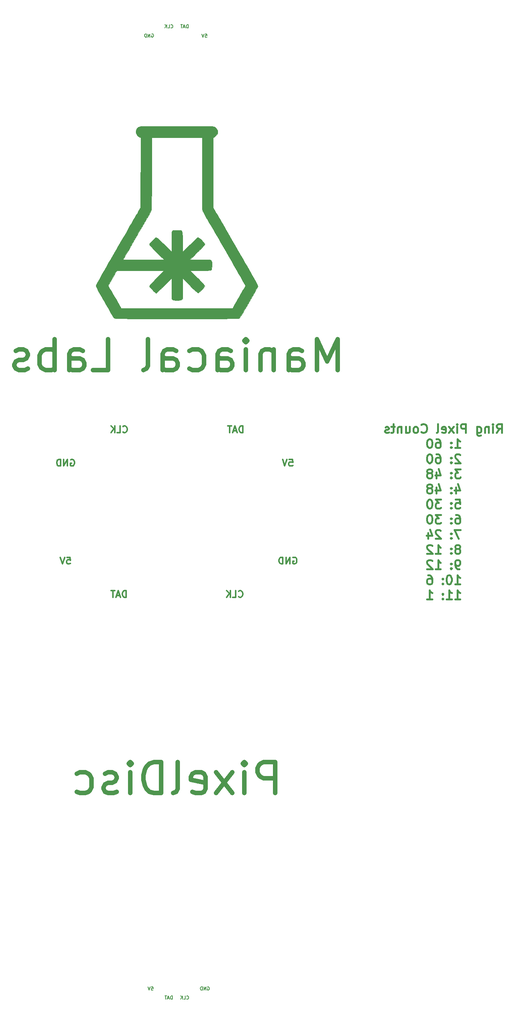
<source format=gbr>
G04 #@! TF.FileFunction,Legend,Bot*
%FSLAX46Y46*%
G04 Gerber Fmt 4.6, Leading zero omitted, Abs format (unit mm)*
G04 Created by KiCad (PCBNEW 4.0.6-e0-6349~53~ubuntu16.04.1) date Sun Jun 25 10:16:03 2017*
%MOMM*%
%LPD*%
G01*
G04 APERTURE LIST*
%ADD10C,0.100000*%
%ADD11C,0.400000*%
%ADD12C,1.000000*%
%ADD13C,0.187500*%
%ADD14C,0.300000*%
%ADD15C,0.010000*%
G04 APERTURE END LIST*
D10*
D11*
X371952382Y-182204762D02*
X372619049Y-181252381D01*
X373095240Y-182204762D02*
X373095240Y-180204762D01*
X372333335Y-180204762D01*
X372142859Y-180300000D01*
X372047620Y-180395238D01*
X371952382Y-180585714D01*
X371952382Y-180871429D01*
X372047620Y-181061905D01*
X372142859Y-181157143D01*
X372333335Y-181252381D01*
X373095240Y-181252381D01*
X371095240Y-182204762D02*
X371095240Y-180871429D01*
X371095240Y-180204762D02*
X371190478Y-180300000D01*
X371095240Y-180395238D01*
X371000001Y-180300000D01*
X371095240Y-180204762D01*
X371095240Y-180395238D01*
X370142859Y-180871429D02*
X370142859Y-182204762D01*
X370142859Y-181061905D02*
X370047620Y-180966667D01*
X369857144Y-180871429D01*
X369571430Y-180871429D01*
X369380954Y-180966667D01*
X369285716Y-181157143D01*
X369285716Y-182204762D01*
X367476192Y-180871429D02*
X367476192Y-182490476D01*
X367571430Y-182680952D01*
X367666668Y-182776190D01*
X367857144Y-182871429D01*
X368142858Y-182871429D01*
X368333335Y-182776190D01*
X367476192Y-182109524D02*
X367666668Y-182204762D01*
X368047620Y-182204762D01*
X368238096Y-182109524D01*
X368333335Y-182014286D01*
X368428573Y-181823810D01*
X368428573Y-181252381D01*
X368333335Y-181061905D01*
X368238096Y-180966667D01*
X368047620Y-180871429D01*
X367666668Y-180871429D01*
X367476192Y-180966667D01*
X365000001Y-182204762D02*
X365000001Y-180204762D01*
X364238096Y-180204762D01*
X364047620Y-180300000D01*
X363952381Y-180395238D01*
X363857143Y-180585714D01*
X363857143Y-180871429D01*
X363952381Y-181061905D01*
X364047620Y-181157143D01*
X364238096Y-181252381D01*
X365000001Y-181252381D01*
X363000001Y-182204762D02*
X363000001Y-180871429D01*
X363000001Y-180204762D02*
X363095239Y-180300000D01*
X363000001Y-180395238D01*
X362904762Y-180300000D01*
X363000001Y-180204762D01*
X363000001Y-180395238D01*
X362238096Y-182204762D02*
X361190477Y-180871429D01*
X362238096Y-180871429D02*
X361190477Y-182204762D01*
X359666667Y-182109524D02*
X359857143Y-182204762D01*
X360238095Y-182204762D01*
X360428572Y-182109524D01*
X360523810Y-181919048D01*
X360523810Y-181157143D01*
X360428572Y-180966667D01*
X360238095Y-180871429D01*
X359857143Y-180871429D01*
X359666667Y-180966667D01*
X359571429Y-181157143D01*
X359571429Y-181347619D01*
X360523810Y-181538095D01*
X358428571Y-182204762D02*
X358619047Y-182109524D01*
X358714286Y-181919048D01*
X358714286Y-180204762D01*
X354999999Y-182014286D02*
X355095237Y-182109524D01*
X355380952Y-182204762D01*
X355571428Y-182204762D01*
X355857142Y-182109524D01*
X356047618Y-181919048D01*
X356142857Y-181728571D01*
X356238095Y-181347619D01*
X356238095Y-181061905D01*
X356142857Y-180680952D01*
X356047618Y-180490476D01*
X355857142Y-180300000D01*
X355571428Y-180204762D01*
X355380952Y-180204762D01*
X355095237Y-180300000D01*
X354999999Y-180395238D01*
X353857142Y-182204762D02*
X354047618Y-182109524D01*
X354142857Y-182014286D01*
X354238095Y-181823810D01*
X354238095Y-181252381D01*
X354142857Y-181061905D01*
X354047618Y-180966667D01*
X353857142Y-180871429D01*
X353571428Y-180871429D01*
X353380952Y-180966667D01*
X353285714Y-181061905D01*
X353190476Y-181252381D01*
X353190476Y-181823810D01*
X353285714Y-182014286D01*
X353380952Y-182109524D01*
X353571428Y-182204762D01*
X353857142Y-182204762D01*
X351476190Y-180871429D02*
X351476190Y-182204762D01*
X352333333Y-180871429D02*
X352333333Y-181919048D01*
X352238094Y-182109524D01*
X352047618Y-182204762D01*
X351761904Y-182204762D01*
X351571428Y-182109524D01*
X351476190Y-182014286D01*
X350523809Y-180871429D02*
X350523809Y-182204762D01*
X350523809Y-181061905D02*
X350428570Y-180966667D01*
X350238094Y-180871429D01*
X349952380Y-180871429D01*
X349761904Y-180966667D01*
X349666666Y-181157143D01*
X349666666Y-182204762D01*
X348999999Y-180871429D02*
X348238094Y-180871429D01*
X348714285Y-180204762D02*
X348714285Y-181919048D01*
X348619046Y-182109524D01*
X348428570Y-182204762D01*
X348238094Y-182204762D01*
X347666666Y-182109524D02*
X347476189Y-182204762D01*
X347095237Y-182204762D01*
X346904761Y-182109524D01*
X346809523Y-181919048D01*
X346809523Y-181823810D01*
X346904761Y-181633333D01*
X347095237Y-181538095D01*
X347380951Y-181538095D01*
X347571428Y-181442857D01*
X347666666Y-181252381D01*
X347666666Y-181157143D01*
X347571428Y-180966667D01*
X347380951Y-180871429D01*
X347095237Y-180871429D01*
X346904761Y-180966667D01*
X362571428Y-185604762D02*
X363714286Y-185604762D01*
X363142857Y-185604762D02*
X363142857Y-183604762D01*
X363333333Y-183890476D01*
X363523809Y-184080952D01*
X363714286Y-184176190D01*
X361714286Y-185414286D02*
X361619047Y-185509524D01*
X361714286Y-185604762D01*
X361809524Y-185509524D01*
X361714286Y-185414286D01*
X361714286Y-185604762D01*
X361714286Y-184366667D02*
X361619047Y-184461905D01*
X361714286Y-184557143D01*
X361809524Y-184461905D01*
X361714286Y-184366667D01*
X361714286Y-184557143D01*
X358380952Y-183604762D02*
X358761904Y-183604762D01*
X358952380Y-183700000D01*
X359047618Y-183795238D01*
X359238095Y-184080952D01*
X359333333Y-184461905D01*
X359333333Y-185223810D01*
X359238095Y-185414286D01*
X359142856Y-185509524D01*
X358952380Y-185604762D01*
X358571428Y-185604762D01*
X358380952Y-185509524D01*
X358285714Y-185414286D01*
X358190475Y-185223810D01*
X358190475Y-184747619D01*
X358285714Y-184557143D01*
X358380952Y-184461905D01*
X358571428Y-184366667D01*
X358952380Y-184366667D01*
X359142856Y-184461905D01*
X359238095Y-184557143D01*
X359333333Y-184747619D01*
X356952380Y-183604762D02*
X356761904Y-183604762D01*
X356571428Y-183700000D01*
X356476190Y-183795238D01*
X356380952Y-183985714D01*
X356285713Y-184366667D01*
X356285713Y-184842857D01*
X356380952Y-185223810D01*
X356476190Y-185414286D01*
X356571428Y-185509524D01*
X356761904Y-185604762D01*
X356952380Y-185604762D01*
X357142856Y-185509524D01*
X357238094Y-185414286D01*
X357333333Y-185223810D01*
X357428571Y-184842857D01*
X357428571Y-184366667D01*
X357333333Y-183985714D01*
X357238094Y-183795238D01*
X357142856Y-183700000D01*
X356952380Y-183604762D01*
X363714286Y-187195238D02*
X363619048Y-187100000D01*
X363428571Y-187004762D01*
X362952381Y-187004762D01*
X362761905Y-187100000D01*
X362666667Y-187195238D01*
X362571428Y-187385714D01*
X362571428Y-187576190D01*
X362666667Y-187861905D01*
X363809524Y-189004762D01*
X362571428Y-189004762D01*
X361714286Y-188814286D02*
X361619047Y-188909524D01*
X361714286Y-189004762D01*
X361809524Y-188909524D01*
X361714286Y-188814286D01*
X361714286Y-189004762D01*
X361714286Y-187766667D02*
X361619047Y-187861905D01*
X361714286Y-187957143D01*
X361809524Y-187861905D01*
X361714286Y-187766667D01*
X361714286Y-187957143D01*
X358380952Y-187004762D02*
X358761904Y-187004762D01*
X358952380Y-187100000D01*
X359047618Y-187195238D01*
X359238095Y-187480952D01*
X359333333Y-187861905D01*
X359333333Y-188623810D01*
X359238095Y-188814286D01*
X359142856Y-188909524D01*
X358952380Y-189004762D01*
X358571428Y-189004762D01*
X358380952Y-188909524D01*
X358285714Y-188814286D01*
X358190475Y-188623810D01*
X358190475Y-188147619D01*
X358285714Y-187957143D01*
X358380952Y-187861905D01*
X358571428Y-187766667D01*
X358952380Y-187766667D01*
X359142856Y-187861905D01*
X359238095Y-187957143D01*
X359333333Y-188147619D01*
X356952380Y-187004762D02*
X356761904Y-187004762D01*
X356571428Y-187100000D01*
X356476190Y-187195238D01*
X356380952Y-187385714D01*
X356285713Y-187766667D01*
X356285713Y-188242857D01*
X356380952Y-188623810D01*
X356476190Y-188814286D01*
X356571428Y-188909524D01*
X356761904Y-189004762D01*
X356952380Y-189004762D01*
X357142856Y-188909524D01*
X357238094Y-188814286D01*
X357333333Y-188623810D01*
X357428571Y-188242857D01*
X357428571Y-187766667D01*
X357333333Y-187385714D01*
X357238094Y-187195238D01*
X357142856Y-187100000D01*
X356952380Y-187004762D01*
X363809524Y-190404762D02*
X362571428Y-190404762D01*
X363238095Y-191166667D01*
X362952381Y-191166667D01*
X362761905Y-191261905D01*
X362666667Y-191357143D01*
X362571428Y-191547619D01*
X362571428Y-192023810D01*
X362666667Y-192214286D01*
X362761905Y-192309524D01*
X362952381Y-192404762D01*
X363523809Y-192404762D01*
X363714286Y-192309524D01*
X363809524Y-192214286D01*
X361714286Y-192214286D02*
X361619047Y-192309524D01*
X361714286Y-192404762D01*
X361809524Y-192309524D01*
X361714286Y-192214286D01*
X361714286Y-192404762D01*
X361714286Y-191166667D02*
X361619047Y-191261905D01*
X361714286Y-191357143D01*
X361809524Y-191261905D01*
X361714286Y-191166667D01*
X361714286Y-191357143D01*
X358380952Y-191071429D02*
X358380952Y-192404762D01*
X358857142Y-190309524D02*
X359333333Y-191738095D01*
X358095237Y-191738095D01*
X357047618Y-191261905D02*
X357238094Y-191166667D01*
X357333333Y-191071429D01*
X357428571Y-190880952D01*
X357428571Y-190785714D01*
X357333333Y-190595238D01*
X357238094Y-190500000D01*
X357047618Y-190404762D01*
X356666666Y-190404762D01*
X356476190Y-190500000D01*
X356380952Y-190595238D01*
X356285713Y-190785714D01*
X356285713Y-190880952D01*
X356380952Y-191071429D01*
X356476190Y-191166667D01*
X356666666Y-191261905D01*
X357047618Y-191261905D01*
X357238094Y-191357143D01*
X357333333Y-191452381D01*
X357428571Y-191642857D01*
X357428571Y-192023810D01*
X357333333Y-192214286D01*
X357238094Y-192309524D01*
X357047618Y-192404762D01*
X356666666Y-192404762D01*
X356476190Y-192309524D01*
X356380952Y-192214286D01*
X356285713Y-192023810D01*
X356285713Y-191642857D01*
X356380952Y-191452381D01*
X356476190Y-191357143D01*
X356666666Y-191261905D01*
X362761905Y-194471429D02*
X362761905Y-195804762D01*
X363238095Y-193709524D02*
X363714286Y-195138095D01*
X362476190Y-195138095D01*
X361714286Y-195614286D02*
X361619047Y-195709524D01*
X361714286Y-195804762D01*
X361809524Y-195709524D01*
X361714286Y-195614286D01*
X361714286Y-195804762D01*
X361714286Y-194566667D02*
X361619047Y-194661905D01*
X361714286Y-194757143D01*
X361809524Y-194661905D01*
X361714286Y-194566667D01*
X361714286Y-194757143D01*
X358380952Y-194471429D02*
X358380952Y-195804762D01*
X358857142Y-193709524D02*
X359333333Y-195138095D01*
X358095237Y-195138095D01*
X357047618Y-194661905D02*
X357238094Y-194566667D01*
X357333333Y-194471429D01*
X357428571Y-194280952D01*
X357428571Y-194185714D01*
X357333333Y-193995238D01*
X357238094Y-193900000D01*
X357047618Y-193804762D01*
X356666666Y-193804762D01*
X356476190Y-193900000D01*
X356380952Y-193995238D01*
X356285713Y-194185714D01*
X356285713Y-194280952D01*
X356380952Y-194471429D01*
X356476190Y-194566667D01*
X356666666Y-194661905D01*
X357047618Y-194661905D01*
X357238094Y-194757143D01*
X357333333Y-194852381D01*
X357428571Y-195042857D01*
X357428571Y-195423810D01*
X357333333Y-195614286D01*
X357238094Y-195709524D01*
X357047618Y-195804762D01*
X356666666Y-195804762D01*
X356476190Y-195709524D01*
X356380952Y-195614286D01*
X356285713Y-195423810D01*
X356285713Y-195042857D01*
X356380952Y-194852381D01*
X356476190Y-194757143D01*
X356666666Y-194661905D01*
X362666667Y-197204762D02*
X363619048Y-197204762D01*
X363714286Y-198157143D01*
X363619048Y-198061905D01*
X363428571Y-197966667D01*
X362952381Y-197966667D01*
X362761905Y-198061905D01*
X362666667Y-198157143D01*
X362571428Y-198347619D01*
X362571428Y-198823810D01*
X362666667Y-199014286D01*
X362761905Y-199109524D01*
X362952381Y-199204762D01*
X363428571Y-199204762D01*
X363619048Y-199109524D01*
X363714286Y-199014286D01*
X361714286Y-199014286D02*
X361619047Y-199109524D01*
X361714286Y-199204762D01*
X361809524Y-199109524D01*
X361714286Y-199014286D01*
X361714286Y-199204762D01*
X361714286Y-197966667D02*
X361619047Y-198061905D01*
X361714286Y-198157143D01*
X361809524Y-198061905D01*
X361714286Y-197966667D01*
X361714286Y-198157143D01*
X359428571Y-197204762D02*
X358190475Y-197204762D01*
X358857142Y-197966667D01*
X358571428Y-197966667D01*
X358380952Y-198061905D01*
X358285714Y-198157143D01*
X358190475Y-198347619D01*
X358190475Y-198823810D01*
X358285714Y-199014286D01*
X358380952Y-199109524D01*
X358571428Y-199204762D01*
X359142856Y-199204762D01*
X359333333Y-199109524D01*
X359428571Y-199014286D01*
X356952380Y-197204762D02*
X356761904Y-197204762D01*
X356571428Y-197300000D01*
X356476190Y-197395238D01*
X356380952Y-197585714D01*
X356285713Y-197966667D01*
X356285713Y-198442857D01*
X356380952Y-198823810D01*
X356476190Y-199014286D01*
X356571428Y-199109524D01*
X356761904Y-199204762D01*
X356952380Y-199204762D01*
X357142856Y-199109524D01*
X357238094Y-199014286D01*
X357333333Y-198823810D01*
X357428571Y-198442857D01*
X357428571Y-197966667D01*
X357333333Y-197585714D01*
X357238094Y-197395238D01*
X357142856Y-197300000D01*
X356952380Y-197204762D01*
X362761905Y-200604762D02*
X363142857Y-200604762D01*
X363333333Y-200700000D01*
X363428571Y-200795238D01*
X363619048Y-201080952D01*
X363714286Y-201461905D01*
X363714286Y-202223810D01*
X363619048Y-202414286D01*
X363523809Y-202509524D01*
X363333333Y-202604762D01*
X362952381Y-202604762D01*
X362761905Y-202509524D01*
X362666667Y-202414286D01*
X362571428Y-202223810D01*
X362571428Y-201747619D01*
X362666667Y-201557143D01*
X362761905Y-201461905D01*
X362952381Y-201366667D01*
X363333333Y-201366667D01*
X363523809Y-201461905D01*
X363619048Y-201557143D01*
X363714286Y-201747619D01*
X361714286Y-202414286D02*
X361619047Y-202509524D01*
X361714286Y-202604762D01*
X361809524Y-202509524D01*
X361714286Y-202414286D01*
X361714286Y-202604762D01*
X361714286Y-201366667D02*
X361619047Y-201461905D01*
X361714286Y-201557143D01*
X361809524Y-201461905D01*
X361714286Y-201366667D01*
X361714286Y-201557143D01*
X359428571Y-200604762D02*
X358190475Y-200604762D01*
X358857142Y-201366667D01*
X358571428Y-201366667D01*
X358380952Y-201461905D01*
X358285714Y-201557143D01*
X358190475Y-201747619D01*
X358190475Y-202223810D01*
X358285714Y-202414286D01*
X358380952Y-202509524D01*
X358571428Y-202604762D01*
X359142856Y-202604762D01*
X359333333Y-202509524D01*
X359428571Y-202414286D01*
X356952380Y-200604762D02*
X356761904Y-200604762D01*
X356571428Y-200700000D01*
X356476190Y-200795238D01*
X356380952Y-200985714D01*
X356285713Y-201366667D01*
X356285713Y-201842857D01*
X356380952Y-202223810D01*
X356476190Y-202414286D01*
X356571428Y-202509524D01*
X356761904Y-202604762D01*
X356952380Y-202604762D01*
X357142856Y-202509524D01*
X357238094Y-202414286D01*
X357333333Y-202223810D01*
X357428571Y-201842857D01*
X357428571Y-201366667D01*
X357333333Y-200985714D01*
X357238094Y-200795238D01*
X357142856Y-200700000D01*
X356952380Y-200604762D01*
X363809524Y-204004762D02*
X362476190Y-204004762D01*
X363333333Y-206004762D01*
X361714286Y-205814286D02*
X361619047Y-205909524D01*
X361714286Y-206004762D01*
X361809524Y-205909524D01*
X361714286Y-205814286D01*
X361714286Y-206004762D01*
X361714286Y-204766667D02*
X361619047Y-204861905D01*
X361714286Y-204957143D01*
X361809524Y-204861905D01*
X361714286Y-204766667D01*
X361714286Y-204957143D01*
X359333333Y-204195238D02*
X359238095Y-204100000D01*
X359047618Y-204004762D01*
X358571428Y-204004762D01*
X358380952Y-204100000D01*
X358285714Y-204195238D01*
X358190475Y-204385714D01*
X358190475Y-204576190D01*
X358285714Y-204861905D01*
X359428571Y-206004762D01*
X358190475Y-206004762D01*
X356476190Y-204671429D02*
X356476190Y-206004762D01*
X356952380Y-203909524D02*
X357428571Y-205338095D01*
X356190475Y-205338095D01*
X363333333Y-208261905D02*
X363523809Y-208166667D01*
X363619048Y-208071429D01*
X363714286Y-207880952D01*
X363714286Y-207785714D01*
X363619048Y-207595238D01*
X363523809Y-207500000D01*
X363333333Y-207404762D01*
X362952381Y-207404762D01*
X362761905Y-207500000D01*
X362666667Y-207595238D01*
X362571428Y-207785714D01*
X362571428Y-207880952D01*
X362666667Y-208071429D01*
X362761905Y-208166667D01*
X362952381Y-208261905D01*
X363333333Y-208261905D01*
X363523809Y-208357143D01*
X363619048Y-208452381D01*
X363714286Y-208642857D01*
X363714286Y-209023810D01*
X363619048Y-209214286D01*
X363523809Y-209309524D01*
X363333333Y-209404762D01*
X362952381Y-209404762D01*
X362761905Y-209309524D01*
X362666667Y-209214286D01*
X362571428Y-209023810D01*
X362571428Y-208642857D01*
X362666667Y-208452381D01*
X362761905Y-208357143D01*
X362952381Y-208261905D01*
X361714286Y-209214286D02*
X361619047Y-209309524D01*
X361714286Y-209404762D01*
X361809524Y-209309524D01*
X361714286Y-209214286D01*
X361714286Y-209404762D01*
X361714286Y-208166667D02*
X361619047Y-208261905D01*
X361714286Y-208357143D01*
X361809524Y-208261905D01*
X361714286Y-208166667D01*
X361714286Y-208357143D01*
X358190475Y-209404762D02*
X359333333Y-209404762D01*
X358761904Y-209404762D02*
X358761904Y-207404762D01*
X358952380Y-207690476D01*
X359142856Y-207880952D01*
X359333333Y-207976190D01*
X357428571Y-207595238D02*
X357333333Y-207500000D01*
X357142856Y-207404762D01*
X356666666Y-207404762D01*
X356476190Y-207500000D01*
X356380952Y-207595238D01*
X356285713Y-207785714D01*
X356285713Y-207976190D01*
X356380952Y-208261905D01*
X357523809Y-209404762D01*
X356285713Y-209404762D01*
X363523809Y-212804762D02*
X363142857Y-212804762D01*
X362952381Y-212709524D01*
X362857143Y-212614286D01*
X362666667Y-212328571D01*
X362571428Y-211947619D01*
X362571428Y-211185714D01*
X362666667Y-210995238D01*
X362761905Y-210900000D01*
X362952381Y-210804762D01*
X363333333Y-210804762D01*
X363523809Y-210900000D01*
X363619048Y-210995238D01*
X363714286Y-211185714D01*
X363714286Y-211661905D01*
X363619048Y-211852381D01*
X363523809Y-211947619D01*
X363333333Y-212042857D01*
X362952381Y-212042857D01*
X362761905Y-211947619D01*
X362666667Y-211852381D01*
X362571428Y-211661905D01*
X361714286Y-212614286D02*
X361619047Y-212709524D01*
X361714286Y-212804762D01*
X361809524Y-212709524D01*
X361714286Y-212614286D01*
X361714286Y-212804762D01*
X361714286Y-211566667D02*
X361619047Y-211661905D01*
X361714286Y-211757143D01*
X361809524Y-211661905D01*
X361714286Y-211566667D01*
X361714286Y-211757143D01*
X358190475Y-212804762D02*
X359333333Y-212804762D01*
X358761904Y-212804762D02*
X358761904Y-210804762D01*
X358952380Y-211090476D01*
X359142856Y-211280952D01*
X359333333Y-211376190D01*
X357428571Y-210995238D02*
X357333333Y-210900000D01*
X357142856Y-210804762D01*
X356666666Y-210804762D01*
X356476190Y-210900000D01*
X356380952Y-210995238D01*
X356285713Y-211185714D01*
X356285713Y-211376190D01*
X356380952Y-211661905D01*
X357523809Y-212804762D01*
X356285713Y-212804762D01*
X362571428Y-216204762D02*
X363714286Y-216204762D01*
X363142857Y-216204762D02*
X363142857Y-214204762D01*
X363333333Y-214490476D01*
X363523809Y-214680952D01*
X363714286Y-214776190D01*
X361333333Y-214204762D02*
X361142857Y-214204762D01*
X360952381Y-214300000D01*
X360857143Y-214395238D01*
X360761905Y-214585714D01*
X360666666Y-214966667D01*
X360666666Y-215442857D01*
X360761905Y-215823810D01*
X360857143Y-216014286D01*
X360952381Y-216109524D01*
X361142857Y-216204762D01*
X361333333Y-216204762D01*
X361523809Y-216109524D01*
X361619047Y-216014286D01*
X361714286Y-215823810D01*
X361809524Y-215442857D01*
X361809524Y-214966667D01*
X361714286Y-214585714D01*
X361619047Y-214395238D01*
X361523809Y-214300000D01*
X361333333Y-214204762D01*
X359809524Y-216014286D02*
X359714285Y-216109524D01*
X359809524Y-216204762D01*
X359904762Y-216109524D01*
X359809524Y-216014286D01*
X359809524Y-216204762D01*
X359809524Y-214966667D02*
X359714285Y-215061905D01*
X359809524Y-215157143D01*
X359904762Y-215061905D01*
X359809524Y-214966667D01*
X359809524Y-215157143D01*
X356476190Y-214204762D02*
X356857142Y-214204762D01*
X357047618Y-214300000D01*
X357142856Y-214395238D01*
X357333333Y-214680952D01*
X357428571Y-215061905D01*
X357428571Y-215823810D01*
X357333333Y-216014286D01*
X357238094Y-216109524D01*
X357047618Y-216204762D01*
X356666666Y-216204762D01*
X356476190Y-216109524D01*
X356380952Y-216014286D01*
X356285713Y-215823810D01*
X356285713Y-215347619D01*
X356380952Y-215157143D01*
X356476190Y-215061905D01*
X356666666Y-214966667D01*
X357047618Y-214966667D01*
X357238094Y-215061905D01*
X357333333Y-215157143D01*
X357428571Y-215347619D01*
X362571428Y-219604762D02*
X363714286Y-219604762D01*
X363142857Y-219604762D02*
X363142857Y-217604762D01*
X363333333Y-217890476D01*
X363523809Y-218080952D01*
X363714286Y-218176190D01*
X360666666Y-219604762D02*
X361809524Y-219604762D01*
X361238095Y-219604762D02*
X361238095Y-217604762D01*
X361428571Y-217890476D01*
X361619047Y-218080952D01*
X361809524Y-218176190D01*
X359809524Y-219414286D02*
X359714285Y-219509524D01*
X359809524Y-219604762D01*
X359904762Y-219509524D01*
X359809524Y-219414286D01*
X359809524Y-219604762D01*
X359809524Y-218366667D02*
X359714285Y-218461905D01*
X359809524Y-218557143D01*
X359904762Y-218461905D01*
X359809524Y-218366667D01*
X359809524Y-218557143D01*
X356285713Y-219604762D02*
X357428571Y-219604762D01*
X356857142Y-219604762D02*
X356857142Y-217604762D01*
X357047618Y-217890476D01*
X357238094Y-218080952D01*
X357428571Y-218176190D01*
D12*
X322166666Y-263166667D02*
X322166666Y-256166667D01*
X319500000Y-256166667D01*
X318833333Y-256500000D01*
X318500000Y-256833333D01*
X318166666Y-257500000D01*
X318166666Y-258500000D01*
X318500000Y-259166667D01*
X318833333Y-259500000D01*
X319500000Y-259833333D01*
X322166666Y-259833333D01*
X315166666Y-263166667D02*
X315166666Y-258500000D01*
X315166666Y-256166667D02*
X315500000Y-256500000D01*
X315166666Y-256833333D01*
X314833333Y-256500000D01*
X315166666Y-256166667D01*
X315166666Y-256833333D01*
X312500000Y-263166667D02*
X308833333Y-258500000D01*
X312500000Y-258500000D02*
X308833333Y-263166667D01*
X303500000Y-262833333D02*
X304166666Y-263166667D01*
X305500000Y-263166667D01*
X306166666Y-262833333D01*
X306500000Y-262166667D01*
X306500000Y-259500000D01*
X306166666Y-258833333D01*
X305500000Y-258500000D01*
X304166666Y-258500000D01*
X303500000Y-258833333D01*
X303166666Y-259500000D01*
X303166666Y-260166667D01*
X306500000Y-260833333D01*
X299166666Y-263166667D02*
X299833333Y-262833333D01*
X300166666Y-262166667D01*
X300166666Y-256166667D01*
X296499999Y-263166667D02*
X296499999Y-256166667D01*
X294833333Y-256166667D01*
X293833333Y-256500000D01*
X293166666Y-257166667D01*
X292833333Y-257833333D01*
X292499999Y-259166667D01*
X292499999Y-260166667D01*
X292833333Y-261500000D01*
X293166666Y-262166667D01*
X293833333Y-262833333D01*
X294833333Y-263166667D01*
X296499999Y-263166667D01*
X289499999Y-263166667D02*
X289499999Y-258500000D01*
X289499999Y-256166667D02*
X289833333Y-256500000D01*
X289499999Y-256833333D01*
X289166666Y-256500000D01*
X289499999Y-256166667D01*
X289499999Y-256833333D01*
X286500000Y-262833333D02*
X285833333Y-263166667D01*
X284500000Y-263166667D01*
X283833333Y-262833333D01*
X283500000Y-262166667D01*
X283500000Y-261833333D01*
X283833333Y-261166667D01*
X284500000Y-260833333D01*
X285500000Y-260833333D01*
X286166666Y-260500000D01*
X286500000Y-259833333D01*
X286500000Y-259500000D01*
X286166666Y-258833333D01*
X285500000Y-258500000D01*
X284500000Y-258500000D01*
X283833333Y-258833333D01*
X277499999Y-262833333D02*
X278166666Y-263166667D01*
X279499999Y-263166667D01*
X280166666Y-262833333D01*
X280499999Y-262500000D01*
X280833333Y-261833333D01*
X280833333Y-259833333D01*
X280499999Y-259166667D01*
X280166666Y-258833333D01*
X279499999Y-258500000D01*
X278166666Y-258500000D01*
X277499999Y-258833333D01*
X336166665Y-168166667D02*
X336166665Y-161166667D01*
X333833332Y-166166667D01*
X331499999Y-161166667D01*
X331499999Y-168166667D01*
X325166665Y-168166667D02*
X325166665Y-164500000D01*
X325499999Y-163833333D01*
X326166665Y-163500000D01*
X327499999Y-163500000D01*
X328166665Y-163833333D01*
X325166665Y-167833333D02*
X325833332Y-168166667D01*
X327499999Y-168166667D01*
X328166665Y-167833333D01*
X328499999Y-167166667D01*
X328499999Y-166500000D01*
X328166665Y-165833333D01*
X327499999Y-165500000D01*
X325833332Y-165500000D01*
X325166665Y-165166667D01*
X321833332Y-163500000D02*
X321833332Y-168166667D01*
X321833332Y-164166667D02*
X321499999Y-163833333D01*
X320833332Y-163500000D01*
X319833332Y-163500000D01*
X319166666Y-163833333D01*
X318833332Y-164500000D01*
X318833332Y-168166667D01*
X315499999Y-168166667D02*
X315499999Y-163500000D01*
X315499999Y-161166667D02*
X315833333Y-161500000D01*
X315499999Y-161833333D01*
X315166666Y-161500000D01*
X315499999Y-161166667D01*
X315499999Y-161833333D01*
X309166666Y-168166667D02*
X309166666Y-164500000D01*
X309500000Y-163833333D01*
X310166666Y-163500000D01*
X311500000Y-163500000D01*
X312166666Y-163833333D01*
X309166666Y-167833333D02*
X309833333Y-168166667D01*
X311500000Y-168166667D01*
X312166666Y-167833333D01*
X312500000Y-167166667D01*
X312500000Y-166500000D01*
X312166666Y-165833333D01*
X311500000Y-165500000D01*
X309833333Y-165500000D01*
X309166666Y-165166667D01*
X302833333Y-167833333D02*
X303500000Y-168166667D01*
X304833333Y-168166667D01*
X305500000Y-167833333D01*
X305833333Y-167500000D01*
X306166667Y-166833333D01*
X306166667Y-164833333D01*
X305833333Y-164166667D01*
X305500000Y-163833333D01*
X304833333Y-163500000D01*
X303500000Y-163500000D01*
X302833333Y-163833333D01*
X296833333Y-168166667D02*
X296833333Y-164500000D01*
X297166667Y-163833333D01*
X297833333Y-163500000D01*
X299166667Y-163500000D01*
X299833333Y-163833333D01*
X296833333Y-167833333D02*
X297500000Y-168166667D01*
X299166667Y-168166667D01*
X299833333Y-167833333D01*
X300166667Y-167166667D01*
X300166667Y-166500000D01*
X299833333Y-165833333D01*
X299166667Y-165500000D01*
X297500000Y-165500000D01*
X296833333Y-165166667D01*
X292500000Y-168166667D02*
X293166667Y-167833333D01*
X293500000Y-167166667D01*
X293500000Y-161166667D01*
X281166667Y-168166667D02*
X284500000Y-168166667D01*
X284500000Y-161166667D01*
X275833333Y-168166667D02*
X275833333Y-164500000D01*
X276166667Y-163833333D01*
X276833333Y-163500000D01*
X278166667Y-163500000D01*
X278833333Y-163833333D01*
X275833333Y-167833333D02*
X276500000Y-168166667D01*
X278166667Y-168166667D01*
X278833333Y-167833333D01*
X279166667Y-167166667D01*
X279166667Y-166500000D01*
X278833333Y-165833333D01*
X278166667Y-165500000D01*
X276500000Y-165500000D01*
X275833333Y-165166667D01*
X272500000Y-168166667D02*
X272500000Y-161166667D01*
X272500000Y-163833333D02*
X271833334Y-163500000D01*
X270500000Y-163500000D01*
X269833334Y-163833333D01*
X269500000Y-164166667D01*
X269166667Y-164833333D01*
X269166667Y-166833333D01*
X269500000Y-167500000D01*
X269833334Y-167833333D01*
X270500000Y-168166667D01*
X271833334Y-168166667D01*
X272500000Y-167833333D01*
X266500001Y-167833333D02*
X265833334Y-168166667D01*
X264500001Y-168166667D01*
X263833334Y-167833333D01*
X263500001Y-167166667D01*
X263500001Y-166833333D01*
X263833334Y-166166667D01*
X264500001Y-165833333D01*
X265500001Y-165833333D01*
X266166667Y-165500000D01*
X266500001Y-164833333D01*
X266500001Y-164500000D01*
X266166667Y-163833333D01*
X265500001Y-163500000D01*
X264500001Y-163500000D01*
X263833334Y-163833333D01*
D13*
X302198428Y-309385857D02*
X302234142Y-309421571D01*
X302341285Y-309457286D01*
X302412714Y-309457286D01*
X302519857Y-309421571D01*
X302591285Y-309350143D01*
X302627000Y-309278714D01*
X302662714Y-309135857D01*
X302662714Y-309028714D01*
X302627000Y-308885857D01*
X302591285Y-308814429D01*
X302519857Y-308743000D01*
X302412714Y-308707286D01*
X302341285Y-308707286D01*
X302234142Y-308743000D01*
X302198428Y-308778714D01*
X301519857Y-309457286D02*
X301877000Y-309457286D01*
X301877000Y-308707286D01*
X301269857Y-309457286D02*
X301269857Y-308707286D01*
X300841285Y-309457286D02*
X301162714Y-309028714D01*
X300841285Y-308707286D02*
X301269857Y-309135857D01*
X298999572Y-309457286D02*
X298999572Y-308707286D01*
X298821000Y-308707286D01*
X298713857Y-308743000D01*
X298642429Y-308814429D01*
X298606714Y-308885857D01*
X298571000Y-309028714D01*
X298571000Y-309135857D01*
X298606714Y-309278714D01*
X298642429Y-309350143D01*
X298713857Y-309421571D01*
X298821000Y-309457286D01*
X298999572Y-309457286D01*
X298285286Y-309243000D02*
X297928143Y-309243000D01*
X298356714Y-309457286D02*
X298106714Y-308707286D01*
X297856714Y-309457286D01*
X297713857Y-308707286D02*
X297285286Y-308707286D01*
X297499572Y-309457286D02*
X297499572Y-308707286D01*
X294274857Y-306675286D02*
X294632000Y-306675286D01*
X294667714Y-307032429D01*
X294632000Y-306996714D01*
X294560571Y-306961000D01*
X294382000Y-306961000D01*
X294310571Y-306996714D01*
X294274857Y-307032429D01*
X294239142Y-307103857D01*
X294239142Y-307282429D01*
X294274857Y-307353857D01*
X294310571Y-307389571D01*
X294382000Y-307425286D01*
X294560571Y-307425286D01*
X294632000Y-307389571D01*
X294667714Y-307353857D01*
X294024856Y-306675286D02*
X293774856Y-307425286D01*
X293524856Y-306675286D01*
X306895428Y-306711000D02*
X306966857Y-306675286D01*
X307074000Y-306675286D01*
X307181143Y-306711000D01*
X307252571Y-306782429D01*
X307288286Y-306853857D01*
X307324000Y-306996714D01*
X307324000Y-307103857D01*
X307288286Y-307246714D01*
X307252571Y-307318143D01*
X307181143Y-307389571D01*
X307074000Y-307425286D01*
X307002571Y-307425286D01*
X306895428Y-307389571D01*
X306859714Y-307353857D01*
X306859714Y-307103857D01*
X307002571Y-307103857D01*
X306538286Y-307425286D02*
X306538286Y-306675286D01*
X306109714Y-307425286D01*
X306109714Y-306675286D01*
X305752572Y-307425286D02*
X305752572Y-306675286D01*
X305574000Y-306675286D01*
X305466857Y-306711000D01*
X305395429Y-306782429D01*
X305359714Y-306853857D01*
X305324000Y-306996714D01*
X305324000Y-307103857D01*
X305359714Y-307246714D01*
X305395429Y-307318143D01*
X305466857Y-307389571D01*
X305574000Y-307425286D01*
X305752572Y-307425286D01*
X298642428Y-91199857D02*
X298678142Y-91235571D01*
X298785285Y-91271286D01*
X298856714Y-91271286D01*
X298963857Y-91235571D01*
X299035285Y-91164143D01*
X299071000Y-91092714D01*
X299106714Y-90949857D01*
X299106714Y-90842714D01*
X299071000Y-90699857D01*
X299035285Y-90628429D01*
X298963857Y-90557000D01*
X298856714Y-90521286D01*
X298785285Y-90521286D01*
X298678142Y-90557000D01*
X298642428Y-90592714D01*
X297963857Y-91271286D02*
X298321000Y-91271286D01*
X298321000Y-90521286D01*
X297713857Y-91271286D02*
X297713857Y-90521286D01*
X297285285Y-91271286D02*
X297606714Y-90842714D01*
X297285285Y-90521286D02*
X297713857Y-90949857D01*
X302555572Y-91271286D02*
X302555572Y-90521286D01*
X302377000Y-90521286D01*
X302269857Y-90557000D01*
X302198429Y-90628429D01*
X302162714Y-90699857D01*
X302127000Y-90842714D01*
X302127000Y-90949857D01*
X302162714Y-91092714D01*
X302198429Y-91164143D01*
X302269857Y-91235571D01*
X302377000Y-91271286D01*
X302555572Y-91271286D01*
X301841286Y-91057000D02*
X301484143Y-91057000D01*
X301912714Y-91271286D02*
X301662714Y-90521286D01*
X301412714Y-91271286D01*
X301269857Y-90521286D02*
X300841286Y-90521286D01*
X301055572Y-91271286D02*
X301055572Y-90521286D01*
X306392857Y-92589286D02*
X306750000Y-92589286D01*
X306785714Y-92946429D01*
X306750000Y-92910714D01*
X306678571Y-92875000D01*
X306500000Y-92875000D01*
X306428571Y-92910714D01*
X306392857Y-92946429D01*
X306357142Y-93017857D01*
X306357142Y-93196429D01*
X306392857Y-93267857D01*
X306428571Y-93303571D01*
X306500000Y-93339286D01*
X306678571Y-93339286D01*
X306750000Y-93303571D01*
X306785714Y-93267857D01*
X306142856Y-92589286D02*
X305892856Y-93339286D01*
X305642856Y-92589286D01*
X294321428Y-92625000D02*
X294392857Y-92589286D01*
X294500000Y-92589286D01*
X294607143Y-92625000D01*
X294678571Y-92696429D01*
X294714286Y-92767857D01*
X294750000Y-92910714D01*
X294750000Y-93017857D01*
X294714286Y-93160714D01*
X294678571Y-93232143D01*
X294607143Y-93303571D01*
X294500000Y-93339286D01*
X294428571Y-93339286D01*
X294321428Y-93303571D01*
X294285714Y-93267857D01*
X294285714Y-93017857D01*
X294428571Y-93017857D01*
X293964286Y-93339286D02*
X293964286Y-92589286D01*
X293535714Y-93339286D01*
X293535714Y-92589286D01*
X293178572Y-93339286D02*
X293178572Y-92589286D01*
X293000000Y-92589286D01*
X292892857Y-92625000D01*
X292821429Y-92696429D01*
X292785714Y-92767857D01*
X292750000Y-92910714D01*
X292750000Y-93017857D01*
X292785714Y-93160714D01*
X292821429Y-93232143D01*
X292892857Y-93303571D01*
X293000000Y-93339286D01*
X293178572Y-93339286D01*
D14*
X288607142Y-219178571D02*
X288607142Y-217678571D01*
X288249999Y-217678571D01*
X288035714Y-217750000D01*
X287892856Y-217892857D01*
X287821428Y-218035714D01*
X287749999Y-218321429D01*
X287749999Y-218535714D01*
X287821428Y-218821429D01*
X287892856Y-218964286D01*
X288035714Y-219107143D01*
X288249999Y-219178571D01*
X288607142Y-219178571D01*
X287178571Y-218750000D02*
X286464285Y-218750000D01*
X287321428Y-219178571D02*
X286821428Y-217678571D01*
X286321428Y-219178571D01*
X286035714Y-217678571D02*
X285178571Y-217678571D01*
X285607142Y-219178571D02*
X285607142Y-217678571D01*
X313892857Y-219035714D02*
X313964286Y-219107143D01*
X314178572Y-219178571D01*
X314321429Y-219178571D01*
X314535714Y-219107143D01*
X314678572Y-218964286D01*
X314750000Y-218821429D01*
X314821429Y-218535714D01*
X314821429Y-218321429D01*
X314750000Y-218035714D01*
X314678572Y-217892857D01*
X314535714Y-217750000D01*
X314321429Y-217678571D01*
X314178572Y-217678571D01*
X313964286Y-217750000D01*
X313892857Y-217821429D01*
X312535714Y-219178571D02*
X313250000Y-219178571D01*
X313250000Y-217678571D01*
X312035714Y-219178571D02*
X312035714Y-217678571D01*
X311178571Y-219178571D02*
X311821428Y-218321429D01*
X311178571Y-217678571D02*
X312035714Y-218535714D01*
X314857142Y-182178571D02*
X314857142Y-180678571D01*
X314499999Y-180678571D01*
X314285714Y-180750000D01*
X314142856Y-180892857D01*
X314071428Y-181035714D01*
X313999999Y-181321429D01*
X313999999Y-181535714D01*
X314071428Y-181821429D01*
X314142856Y-181964286D01*
X314285714Y-182107143D01*
X314499999Y-182178571D01*
X314857142Y-182178571D01*
X313428571Y-181750000D02*
X312714285Y-181750000D01*
X313571428Y-182178571D02*
X313071428Y-180678571D01*
X312571428Y-182178571D01*
X312285714Y-180678571D02*
X311428571Y-180678571D01*
X311857142Y-182178571D02*
X311857142Y-180678571D01*
X287892857Y-182035714D02*
X287964286Y-182107143D01*
X288178572Y-182178571D01*
X288321429Y-182178571D01*
X288535714Y-182107143D01*
X288678572Y-181964286D01*
X288750000Y-181821429D01*
X288821429Y-181535714D01*
X288821429Y-181321429D01*
X288750000Y-181035714D01*
X288678572Y-180892857D01*
X288535714Y-180750000D01*
X288321429Y-180678571D01*
X288178572Y-180678571D01*
X287964286Y-180750000D01*
X287892857Y-180821429D01*
X286535714Y-182178571D02*
X287250000Y-182178571D01*
X287250000Y-180678571D01*
X286035714Y-182178571D02*
X286035714Y-180678571D01*
X285178571Y-182178571D02*
X285821428Y-181321429D01*
X285178571Y-180678571D02*
X286035714Y-181535714D01*
X275285713Y-210178571D02*
X275999999Y-210178571D01*
X276071428Y-210892857D01*
X275999999Y-210821429D01*
X275857142Y-210750000D01*
X275499999Y-210750000D01*
X275357142Y-210821429D01*
X275285713Y-210892857D01*
X275214285Y-211035714D01*
X275214285Y-211392857D01*
X275285713Y-211535714D01*
X275357142Y-211607143D01*
X275499999Y-211678571D01*
X275857142Y-211678571D01*
X275999999Y-211607143D01*
X276071428Y-211535714D01*
X274785714Y-210178571D02*
X274285714Y-211678571D01*
X273785714Y-210178571D01*
X326142857Y-210250000D02*
X326285714Y-210178571D01*
X326500000Y-210178571D01*
X326714285Y-210250000D01*
X326857143Y-210392857D01*
X326928571Y-210535714D01*
X327000000Y-210821429D01*
X327000000Y-211035714D01*
X326928571Y-211321429D01*
X326857143Y-211464286D01*
X326714285Y-211607143D01*
X326500000Y-211678571D01*
X326357143Y-211678571D01*
X326142857Y-211607143D01*
X326071428Y-211535714D01*
X326071428Y-211035714D01*
X326357143Y-211035714D01*
X325428571Y-211678571D02*
X325428571Y-210178571D01*
X324571428Y-211678571D01*
X324571428Y-210178571D01*
X323857142Y-211678571D02*
X323857142Y-210178571D01*
X323499999Y-210178571D01*
X323285714Y-210250000D01*
X323142856Y-210392857D01*
X323071428Y-210535714D01*
X322999999Y-210821429D01*
X322999999Y-211035714D01*
X323071428Y-211321429D01*
X323142856Y-211464286D01*
X323285714Y-211607143D01*
X323499999Y-211678571D01*
X323857142Y-211678571D01*
X325285713Y-188178571D02*
X325999999Y-188178571D01*
X326071428Y-188892857D01*
X325999999Y-188821429D01*
X325857142Y-188750000D01*
X325499999Y-188750000D01*
X325357142Y-188821429D01*
X325285713Y-188892857D01*
X325214285Y-189035714D01*
X325214285Y-189392857D01*
X325285713Y-189535714D01*
X325357142Y-189607143D01*
X325499999Y-189678571D01*
X325857142Y-189678571D01*
X325999999Y-189607143D01*
X326071428Y-189535714D01*
X324785714Y-188178571D02*
X324285714Y-189678571D01*
X323785714Y-188178571D01*
X276142857Y-188250000D02*
X276285714Y-188178571D01*
X276500000Y-188178571D01*
X276714285Y-188250000D01*
X276857143Y-188392857D01*
X276928571Y-188535714D01*
X277000000Y-188821429D01*
X277000000Y-189035714D01*
X276928571Y-189321429D01*
X276857143Y-189464286D01*
X276714285Y-189607143D01*
X276500000Y-189678571D01*
X276357143Y-189678571D01*
X276142857Y-189607143D01*
X276071428Y-189535714D01*
X276071428Y-189035714D01*
X276357143Y-189035714D01*
X275428571Y-189678571D02*
X275428571Y-188178571D01*
X274571428Y-189678571D01*
X274571428Y-188178571D01*
X273857142Y-189678571D02*
X273857142Y-188178571D01*
X273499999Y-188178571D01*
X273285714Y-188250000D01*
X273142856Y-188392857D01*
X273071428Y-188535714D01*
X272999999Y-188821429D01*
X272999999Y-189035714D01*
X273071428Y-189321429D01*
X273142856Y-189464286D01*
X273285714Y-189607143D01*
X273499999Y-189678571D01*
X273857142Y-189678571D01*
D15*
G36*
X298752457Y-113322061D02*
X297732688Y-113324368D01*
X296744527Y-113328029D01*
X295802326Y-113333046D01*
X294920437Y-113339417D01*
X294113213Y-113347144D01*
X293395006Y-113356226D01*
X292780169Y-113366664D01*
X292283055Y-113378456D01*
X291918016Y-113391603D01*
X291699404Y-113406106D01*
X291644678Y-113415387D01*
X291271659Y-113636021D01*
X290990520Y-113960431D01*
X290825440Y-114348117D01*
X290800598Y-114758582D01*
X290809455Y-114814329D01*
X290937344Y-115134548D01*
X291173427Y-115450145D01*
X291466346Y-115699780D01*
X291618887Y-115781034D01*
X291874554Y-115886935D01*
X291829666Y-131655667D01*
X291330054Y-132502334D01*
X291114413Y-132869695D01*
X290841575Y-133337380D01*
X290538606Y-133858835D01*
X290232574Y-134387506D01*
X290050183Y-134703667D01*
X289754511Y-135216693D01*
X289403414Y-135825390D01*
X289026265Y-136478863D01*
X288652442Y-137126211D01*
X288315483Y-137709334D01*
X287985824Y-138279932D01*
X287599544Y-138949106D01*
X287184450Y-139668646D01*
X286768350Y-140390345D01*
X286379052Y-141065994D01*
X286239884Y-141307667D01*
X285924617Y-141854806D01*
X285543875Y-142514848D01*
X285117073Y-143254176D01*
X284663628Y-144039176D01*
X284202954Y-144836232D01*
X283754468Y-145611730D01*
X283457697Y-146124579D01*
X283024082Y-146879485D01*
X282646920Y-147547956D01*
X282331775Y-148119633D01*
X282084209Y-148584154D01*
X281909782Y-148931161D01*
X281814059Y-149150295D01*
X281796666Y-149218261D01*
X281839540Y-149353329D01*
X281963978Y-149621372D01*
X282163712Y-150010594D01*
X282432470Y-150509200D01*
X282763982Y-151105393D01*
X283151977Y-151787378D01*
X283286776Y-152021349D01*
X283658878Y-152665819D01*
X284025446Y-153301559D01*
X284372430Y-153904138D01*
X284685777Y-154449125D01*
X284951438Y-154912088D01*
X285155360Y-155268596D01*
X285247188Y-155429976D01*
X285457696Y-155783317D01*
X285661751Y-156094552D01*
X285833029Y-156325188D01*
X285927497Y-156424809D01*
X285957487Y-156446183D01*
X285995758Y-156465628D01*
X286050066Y-156483238D01*
X286128166Y-156499102D01*
X286237813Y-156513312D01*
X286386763Y-156525959D01*
X286582771Y-156537133D01*
X286833594Y-156546927D01*
X287146986Y-156555430D01*
X287530704Y-156562735D01*
X287992502Y-156568931D01*
X288540137Y-156574110D01*
X289181363Y-156578364D01*
X289923937Y-156581782D01*
X290775614Y-156584457D01*
X291744150Y-156586479D01*
X292837300Y-156587939D01*
X294062819Y-156588928D01*
X295428464Y-156589538D01*
X296941989Y-156589859D01*
X298611151Y-156589983D01*
X300000000Y-156590000D01*
X301793639Y-156589967D01*
X303425701Y-156589805D01*
X304903940Y-156589425D01*
X306236113Y-156588734D01*
X307429975Y-156587643D01*
X308493281Y-156586060D01*
X309433787Y-156583893D01*
X310259249Y-156581053D01*
X310977422Y-156577447D01*
X311596061Y-156572985D01*
X312122923Y-156567576D01*
X312565762Y-156561129D01*
X312932335Y-156553552D01*
X313230397Y-156544755D01*
X313467703Y-156534647D01*
X313652009Y-156523136D01*
X313791071Y-156510132D01*
X313892643Y-156495543D01*
X313964483Y-156479279D01*
X314014344Y-156461248D01*
X314049984Y-156441359D01*
X314072503Y-156424809D01*
X314199534Y-156284557D01*
X314380036Y-156033445D01*
X314587685Y-155709967D01*
X314752811Y-155429976D01*
X314909709Y-155154659D01*
X315137363Y-154757207D01*
X315421722Y-154262053D01*
X315748734Y-153693627D01*
X316104348Y-153076360D01*
X316474514Y-152434684D01*
X316713223Y-152021349D01*
X317117937Y-151314448D01*
X317468171Y-150689573D01*
X317757653Y-150158517D01*
X317980114Y-149733077D01*
X318129282Y-149425049D01*
X318198887Y-149246229D01*
X318203333Y-149218261D01*
X318184609Y-149160418D01*
X315482449Y-149160418D01*
X315286893Y-149467376D01*
X315183393Y-149636953D01*
X315012816Y-149924503D01*
X314792161Y-150301012D01*
X314538432Y-150737468D01*
X314268630Y-151204859D01*
X314263564Y-151213667D01*
X313968649Y-151725994D01*
X313666252Y-152250500D01*
X313380383Y-152745591D01*
X313135056Y-153169675D01*
X312980459Y-153436167D01*
X312525127Y-154219334D01*
X287474873Y-154219334D01*
X287019541Y-153436167D01*
X286825618Y-153101767D01*
X286571384Y-152662116D01*
X286280850Y-152158804D01*
X285978028Y-151633425D01*
X285736436Y-151213667D01*
X285466449Y-150745901D01*
X285212173Y-150308462D01*
X284990623Y-149930382D01*
X284818811Y-149640692D01*
X284713753Y-149468425D01*
X284712561Y-149466552D01*
X284516460Y-149158770D01*
X285432724Y-147584754D01*
X285706135Y-147113093D01*
X285951686Y-146685740D01*
X286156086Y-146326129D01*
X286306046Y-146057698D01*
X286388276Y-145903881D01*
X286398503Y-145881702D01*
X286423806Y-145855321D01*
X286485950Y-145832737D01*
X286596954Y-145813665D01*
X286768839Y-145797816D01*
X287013622Y-145784904D01*
X287343325Y-145774643D01*
X287769965Y-145766745D01*
X288305564Y-145760924D01*
X288962139Y-145756892D01*
X289751711Y-145754363D01*
X290686300Y-145753051D01*
X291777923Y-145752667D01*
X297162079Y-145752667D01*
X295490706Y-147425608D01*
X294924937Y-147998409D01*
X294472576Y-148470505D01*
X294136413Y-148838809D01*
X293919239Y-149100236D01*
X293823848Y-149251700D01*
X293819333Y-149273257D01*
X293877892Y-149396230D01*
X294033791Y-149600231D01*
X294257363Y-149855022D01*
X294518943Y-150130368D01*
X294788865Y-150396032D01*
X295037462Y-150621778D01*
X295235068Y-150777369D01*
X295349330Y-150832667D01*
X295436180Y-150775040D01*
X295625763Y-150612356D01*
X295901690Y-150359912D01*
X296247577Y-150033003D01*
X296647037Y-149646926D01*
X297083684Y-149216977D01*
X297137675Y-149163288D01*
X298814666Y-147493909D01*
X298814666Y-152090377D01*
X299037751Y-152265855D01*
X299172310Y-152351807D01*
X299337501Y-152404694D01*
X299575913Y-152431957D01*
X299930138Y-152441034D01*
X300042333Y-152441334D01*
X300432340Y-152435655D01*
X300695837Y-152413660D01*
X300875414Y-152367909D01*
X301013662Y-152290962D01*
X301046915Y-152265855D01*
X301270000Y-152090377D01*
X301270000Y-147489962D01*
X302900627Y-149118981D01*
X303424271Y-149638190D01*
X303843454Y-150044332D01*
X304169757Y-150347660D01*
X304414762Y-150558430D01*
X304590047Y-150686895D01*
X304707194Y-150743311D01*
X304740254Y-150748000D01*
X304905416Y-150686191D01*
X305141218Y-150522075D01*
X305415522Y-150287624D01*
X305696189Y-150014807D01*
X305951080Y-149735594D01*
X306148056Y-149481956D01*
X306254978Y-149285862D01*
X306265333Y-149230931D01*
X306234421Y-149133322D01*
X306134928Y-148981278D01*
X305956718Y-148763314D01*
X305689654Y-148467948D01*
X305323601Y-148083697D01*
X304848423Y-147599077D01*
X304635905Y-147384982D01*
X303006478Y-145747743D01*
X305279669Y-145755396D01*
X305966987Y-145756786D01*
X306504973Y-145755028D01*
X306913618Y-145748992D01*
X307212911Y-145737545D01*
X307422842Y-145719558D01*
X307563402Y-145693900D01*
X307654580Y-145659441D01*
X307713431Y-145617735D01*
X307786036Y-145530774D01*
X307833158Y-145404583D01*
X307860021Y-145204754D01*
X307871849Y-144896881D01*
X307874000Y-144560356D01*
X307875200Y-144208217D01*
X307867214Y-143928303D01*
X307832656Y-143712348D01*
X307754143Y-143552087D01*
X307614293Y-143439256D01*
X307395722Y-143365588D01*
X307081047Y-143322820D01*
X306652883Y-143302686D01*
X306093849Y-143296921D01*
X305386560Y-143297260D01*
X305217563Y-143297334D01*
X303007295Y-143297334D01*
X304636314Y-141666706D01*
X305170660Y-141127096D01*
X305588996Y-140693482D01*
X305899473Y-140356718D01*
X306110242Y-140107658D01*
X306229456Y-139937157D01*
X306265333Y-139839044D01*
X306201821Y-139663111D01*
X306032910Y-139420400D01*
X305791034Y-139142495D01*
X305508630Y-138860980D01*
X305218133Y-138607442D01*
X304951980Y-138413462D01*
X304742604Y-138310627D01*
X304686863Y-138302000D01*
X304612827Y-138359446D01*
X304435148Y-138521634D01*
X304169691Y-138773343D01*
X303832321Y-139099350D01*
X303438903Y-139484434D01*
X303005302Y-139913371D01*
X302946992Y-139971379D01*
X301270000Y-141640758D01*
X301270000Y-139363003D01*
X301270639Y-138620224D01*
X301267294Y-138029400D01*
X301252071Y-137573196D01*
X301217075Y-137234279D01*
X301154413Y-136995314D01*
X301056190Y-136838968D01*
X300914512Y-136747907D01*
X300721486Y-136704796D01*
X300469217Y-136692302D01*
X300149810Y-136693091D01*
X300054198Y-136693334D01*
X299706615Y-136691870D01*
X299430751Y-136699134D01*
X299218346Y-136732607D01*
X299061142Y-136809771D01*
X298950879Y-136948108D01*
X298879298Y-137165099D01*
X298838140Y-137478227D01*
X298819144Y-137904973D01*
X298814052Y-138462818D01*
X298814605Y-139169245D01*
X298814666Y-139316931D01*
X298814666Y-141572344D01*
X297311833Y-140057593D01*
X296767507Y-139513814D01*
X296326204Y-139084662D01*
X295976371Y-138760081D01*
X295706455Y-138530014D01*
X295504901Y-138384405D01*
X295360157Y-138313198D01*
X295294859Y-138302000D01*
X295189426Y-138361784D01*
X295003894Y-138520869D01*
X294767029Y-138748853D01*
X294507597Y-139015338D01*
X294254361Y-139289921D01*
X294036088Y-139542202D01*
X293881543Y-139741781D01*
X293819492Y-139858257D01*
X293819333Y-139861410D01*
X293881537Y-139983101D01*
X294066218Y-140215409D01*
X294370482Y-140555131D01*
X294791433Y-140999063D01*
X295326176Y-141544001D01*
X295469559Y-141687892D01*
X297119785Y-143339667D01*
X292506226Y-143339667D01*
X291640053Y-143339413D01*
X290826866Y-143338683D01*
X290082019Y-143337525D01*
X289420869Y-143335985D01*
X288858772Y-143334112D01*
X288411082Y-143331953D01*
X288093157Y-143329555D01*
X287920350Y-143326966D01*
X287892666Y-143325404D01*
X287933504Y-143251494D01*
X288049721Y-143047450D01*
X288231876Y-142729695D01*
X288470525Y-142314651D01*
X288756225Y-141818740D01*
X289079534Y-141258386D01*
X289426157Y-140658404D01*
X289815447Y-139984922D01*
X290209844Y-139302492D01*
X290593397Y-138638723D01*
X290950154Y-138021223D01*
X291264166Y-137477600D01*
X291519479Y-137035465D01*
X291643655Y-136820334D01*
X291917629Y-136346577D01*
X292247151Y-135778368D01*
X292602200Y-135167376D01*
X292952757Y-134565272D01*
X293203257Y-134135905D01*
X293477507Y-133662277D01*
X293729256Y-133219864D01*
X293943157Y-132836243D01*
X294103861Y-132538988D01*
X294196021Y-132355677D01*
X294203092Y-132339457D01*
X294224228Y-132269914D01*
X294242891Y-132162006D01*
X294259227Y-132005827D01*
X294273382Y-131791467D01*
X294285505Y-131509019D01*
X294295740Y-131148574D01*
X294304236Y-130700224D01*
X294311138Y-130154061D01*
X294316594Y-129500176D01*
X294320751Y-128728661D01*
X294323756Y-127829609D01*
X294325754Y-126793110D01*
X294326893Y-125609256D01*
X294327320Y-124268140D01*
X294327333Y-123953720D01*
X294327333Y-115865334D01*
X305672666Y-115865334D01*
X305672666Y-123953720D01*
X305672958Y-125330458D01*
X305673929Y-126547772D01*
X305675728Y-127615570D01*
X305678500Y-128543760D01*
X305682393Y-129342251D01*
X305687553Y-130020951D01*
X305694128Y-130589768D01*
X305702263Y-131058610D01*
X305712107Y-131437385D01*
X305723805Y-131736003D01*
X305737504Y-131964371D01*
X305753352Y-132132397D01*
X305771494Y-132249989D01*
X305792079Y-132327057D01*
X305796908Y-132339457D01*
X305877252Y-132502945D01*
X306028484Y-132784586D01*
X306235256Y-133156805D01*
X306482219Y-133592025D01*
X306754027Y-134062671D01*
X306796743Y-134135905D01*
X306992525Y-134471192D01*
X307172703Y-134780035D01*
X307345720Y-135077035D01*
X307520025Y-135376792D01*
X307704063Y-135693906D01*
X307906280Y-136042978D01*
X308135123Y-136438610D01*
X308399037Y-136895400D01*
X308706468Y-137427950D01*
X309065863Y-138050861D01*
X309485668Y-138778733D01*
X309974328Y-139626167D01*
X310455673Y-140461000D01*
X310851511Y-141147308D01*
X311271509Y-141875080D01*
X311694761Y-142608119D01*
X312100364Y-143310232D01*
X312467411Y-143945224D01*
X312774999Y-144476898D01*
X312827358Y-144567334D01*
X313176702Y-145170833D01*
X313565083Y-145842115D01*
X313961042Y-146526786D01*
X314333122Y-147170452D01*
X314632921Y-147689376D01*
X315482449Y-149160418D01*
X318184609Y-149160418D01*
X318160365Y-149085527D01*
X318035170Y-148818355D01*
X317833308Y-148427103D01*
X317560344Y-147922131D01*
X317221838Y-147313799D01*
X316823354Y-146612466D01*
X316542303Y-146124579D01*
X316113942Y-145384246D01*
X315659780Y-144598784D01*
X315199232Y-143801809D01*
X314751715Y-143026935D01*
X314336642Y-142307778D01*
X313973432Y-141677953D01*
X313760115Y-141307667D01*
X313388900Y-140663203D01*
X312979987Y-139953802D01*
X312561186Y-139227672D01*
X312160304Y-138533021D01*
X311805148Y-137918059D01*
X311684516Y-137709334D01*
X311342769Y-137117920D01*
X310968710Y-136470159D01*
X310591714Y-135816946D01*
X310241157Y-135209181D01*
X309949816Y-134703667D01*
X309655771Y-134194386D01*
X309347718Y-133662958D01*
X309052724Y-133155937D01*
X308797855Y-132719878D01*
X308669945Y-132502334D01*
X308170333Y-131655667D01*
X308147477Y-123771472D01*
X308124622Y-115887276D01*
X308380700Y-115781205D01*
X308683079Y-115587783D01*
X308954300Y-115297604D01*
X309143032Y-114971953D01*
X309190544Y-114814329D01*
X309186792Y-114403897D01*
X309039490Y-114010697D01*
X308772819Y-113675228D01*
X308410955Y-113437986D01*
X308355321Y-113415387D01*
X308230736Y-113400077D01*
X307951176Y-113386123D01*
X307530993Y-113373523D01*
X306984539Y-113362279D01*
X306326168Y-113352390D01*
X305570231Y-113343856D01*
X304731082Y-113336677D01*
X303823072Y-113330853D01*
X302860554Y-113326385D01*
X301857882Y-113323272D01*
X300829406Y-113321513D01*
X299789480Y-113321110D01*
X298752457Y-113322061D01*
X298752457Y-113322061D01*
G37*
X298752457Y-113322061D02*
X297732688Y-113324368D01*
X296744527Y-113328029D01*
X295802326Y-113333046D01*
X294920437Y-113339417D01*
X294113213Y-113347144D01*
X293395006Y-113356226D01*
X292780169Y-113366664D01*
X292283055Y-113378456D01*
X291918016Y-113391603D01*
X291699404Y-113406106D01*
X291644678Y-113415387D01*
X291271659Y-113636021D01*
X290990520Y-113960431D01*
X290825440Y-114348117D01*
X290800598Y-114758582D01*
X290809455Y-114814329D01*
X290937344Y-115134548D01*
X291173427Y-115450145D01*
X291466346Y-115699780D01*
X291618887Y-115781034D01*
X291874554Y-115886935D01*
X291829666Y-131655667D01*
X291330054Y-132502334D01*
X291114413Y-132869695D01*
X290841575Y-133337380D01*
X290538606Y-133858835D01*
X290232574Y-134387506D01*
X290050183Y-134703667D01*
X289754511Y-135216693D01*
X289403414Y-135825390D01*
X289026265Y-136478863D01*
X288652442Y-137126211D01*
X288315483Y-137709334D01*
X287985824Y-138279932D01*
X287599544Y-138949106D01*
X287184450Y-139668646D01*
X286768350Y-140390345D01*
X286379052Y-141065994D01*
X286239884Y-141307667D01*
X285924617Y-141854806D01*
X285543875Y-142514848D01*
X285117073Y-143254176D01*
X284663628Y-144039176D01*
X284202954Y-144836232D01*
X283754468Y-145611730D01*
X283457697Y-146124579D01*
X283024082Y-146879485D01*
X282646920Y-147547956D01*
X282331775Y-148119633D01*
X282084209Y-148584154D01*
X281909782Y-148931161D01*
X281814059Y-149150295D01*
X281796666Y-149218261D01*
X281839540Y-149353329D01*
X281963978Y-149621372D01*
X282163712Y-150010594D01*
X282432470Y-150509200D01*
X282763982Y-151105393D01*
X283151977Y-151787378D01*
X283286776Y-152021349D01*
X283658878Y-152665819D01*
X284025446Y-153301559D01*
X284372430Y-153904138D01*
X284685777Y-154449125D01*
X284951438Y-154912088D01*
X285155360Y-155268596D01*
X285247188Y-155429976D01*
X285457696Y-155783317D01*
X285661751Y-156094552D01*
X285833029Y-156325188D01*
X285927497Y-156424809D01*
X285957487Y-156446183D01*
X285995758Y-156465628D01*
X286050066Y-156483238D01*
X286128166Y-156499102D01*
X286237813Y-156513312D01*
X286386763Y-156525959D01*
X286582771Y-156537133D01*
X286833594Y-156546927D01*
X287146986Y-156555430D01*
X287530704Y-156562735D01*
X287992502Y-156568931D01*
X288540137Y-156574110D01*
X289181363Y-156578364D01*
X289923937Y-156581782D01*
X290775614Y-156584457D01*
X291744150Y-156586479D01*
X292837300Y-156587939D01*
X294062819Y-156588928D01*
X295428464Y-156589538D01*
X296941989Y-156589859D01*
X298611151Y-156589983D01*
X300000000Y-156590000D01*
X301793639Y-156589967D01*
X303425701Y-156589805D01*
X304903940Y-156589425D01*
X306236113Y-156588734D01*
X307429975Y-156587643D01*
X308493281Y-156586060D01*
X309433787Y-156583893D01*
X310259249Y-156581053D01*
X310977422Y-156577447D01*
X311596061Y-156572985D01*
X312122923Y-156567576D01*
X312565762Y-156561129D01*
X312932335Y-156553552D01*
X313230397Y-156544755D01*
X313467703Y-156534647D01*
X313652009Y-156523136D01*
X313791071Y-156510132D01*
X313892643Y-156495543D01*
X313964483Y-156479279D01*
X314014344Y-156461248D01*
X314049984Y-156441359D01*
X314072503Y-156424809D01*
X314199534Y-156284557D01*
X314380036Y-156033445D01*
X314587685Y-155709967D01*
X314752811Y-155429976D01*
X314909709Y-155154659D01*
X315137363Y-154757207D01*
X315421722Y-154262053D01*
X315748734Y-153693627D01*
X316104348Y-153076360D01*
X316474514Y-152434684D01*
X316713223Y-152021349D01*
X317117937Y-151314448D01*
X317468171Y-150689573D01*
X317757653Y-150158517D01*
X317980114Y-149733077D01*
X318129282Y-149425049D01*
X318198887Y-149246229D01*
X318203333Y-149218261D01*
X318184609Y-149160418D01*
X315482449Y-149160418D01*
X315286893Y-149467376D01*
X315183393Y-149636953D01*
X315012816Y-149924503D01*
X314792161Y-150301012D01*
X314538432Y-150737468D01*
X314268630Y-151204859D01*
X314263564Y-151213667D01*
X313968649Y-151725994D01*
X313666252Y-152250500D01*
X313380383Y-152745591D01*
X313135056Y-153169675D01*
X312980459Y-153436167D01*
X312525127Y-154219334D01*
X287474873Y-154219334D01*
X287019541Y-153436167D01*
X286825618Y-153101767D01*
X286571384Y-152662116D01*
X286280850Y-152158804D01*
X285978028Y-151633425D01*
X285736436Y-151213667D01*
X285466449Y-150745901D01*
X285212173Y-150308462D01*
X284990623Y-149930382D01*
X284818811Y-149640692D01*
X284713753Y-149468425D01*
X284712561Y-149466552D01*
X284516460Y-149158770D01*
X285432724Y-147584754D01*
X285706135Y-147113093D01*
X285951686Y-146685740D01*
X286156086Y-146326129D01*
X286306046Y-146057698D01*
X286388276Y-145903881D01*
X286398503Y-145881702D01*
X286423806Y-145855321D01*
X286485950Y-145832737D01*
X286596954Y-145813665D01*
X286768839Y-145797816D01*
X287013622Y-145784904D01*
X287343325Y-145774643D01*
X287769965Y-145766745D01*
X288305564Y-145760924D01*
X288962139Y-145756892D01*
X289751711Y-145754363D01*
X290686300Y-145753051D01*
X291777923Y-145752667D01*
X297162079Y-145752667D01*
X295490706Y-147425608D01*
X294924937Y-147998409D01*
X294472576Y-148470505D01*
X294136413Y-148838809D01*
X293919239Y-149100236D01*
X293823848Y-149251700D01*
X293819333Y-149273257D01*
X293877892Y-149396230D01*
X294033791Y-149600231D01*
X294257363Y-149855022D01*
X294518943Y-150130368D01*
X294788865Y-150396032D01*
X295037462Y-150621778D01*
X295235068Y-150777369D01*
X295349330Y-150832667D01*
X295436180Y-150775040D01*
X295625763Y-150612356D01*
X295901690Y-150359912D01*
X296247577Y-150033003D01*
X296647037Y-149646926D01*
X297083684Y-149216977D01*
X297137675Y-149163288D01*
X298814666Y-147493909D01*
X298814666Y-152090377D01*
X299037751Y-152265855D01*
X299172310Y-152351807D01*
X299337501Y-152404694D01*
X299575913Y-152431957D01*
X299930138Y-152441034D01*
X300042333Y-152441334D01*
X300432340Y-152435655D01*
X300695837Y-152413660D01*
X300875414Y-152367909D01*
X301013662Y-152290962D01*
X301046915Y-152265855D01*
X301270000Y-152090377D01*
X301270000Y-147489962D01*
X302900627Y-149118981D01*
X303424271Y-149638190D01*
X303843454Y-150044332D01*
X304169757Y-150347660D01*
X304414762Y-150558430D01*
X304590047Y-150686895D01*
X304707194Y-150743311D01*
X304740254Y-150748000D01*
X304905416Y-150686191D01*
X305141218Y-150522075D01*
X305415522Y-150287624D01*
X305696189Y-150014807D01*
X305951080Y-149735594D01*
X306148056Y-149481956D01*
X306254978Y-149285862D01*
X306265333Y-149230931D01*
X306234421Y-149133322D01*
X306134928Y-148981278D01*
X305956718Y-148763314D01*
X305689654Y-148467948D01*
X305323601Y-148083697D01*
X304848423Y-147599077D01*
X304635905Y-147384982D01*
X303006478Y-145747743D01*
X305279669Y-145755396D01*
X305966987Y-145756786D01*
X306504973Y-145755028D01*
X306913618Y-145748992D01*
X307212911Y-145737545D01*
X307422842Y-145719558D01*
X307563402Y-145693900D01*
X307654580Y-145659441D01*
X307713431Y-145617735D01*
X307786036Y-145530774D01*
X307833158Y-145404583D01*
X307860021Y-145204754D01*
X307871849Y-144896881D01*
X307874000Y-144560356D01*
X307875200Y-144208217D01*
X307867214Y-143928303D01*
X307832656Y-143712348D01*
X307754143Y-143552087D01*
X307614293Y-143439256D01*
X307395722Y-143365588D01*
X307081047Y-143322820D01*
X306652883Y-143302686D01*
X306093849Y-143296921D01*
X305386560Y-143297260D01*
X305217563Y-143297334D01*
X303007295Y-143297334D01*
X304636314Y-141666706D01*
X305170660Y-141127096D01*
X305588996Y-140693482D01*
X305899473Y-140356718D01*
X306110242Y-140107658D01*
X306229456Y-139937157D01*
X306265333Y-139839044D01*
X306201821Y-139663111D01*
X306032910Y-139420400D01*
X305791034Y-139142495D01*
X305508630Y-138860980D01*
X305218133Y-138607442D01*
X304951980Y-138413462D01*
X304742604Y-138310627D01*
X304686863Y-138302000D01*
X304612827Y-138359446D01*
X304435148Y-138521634D01*
X304169691Y-138773343D01*
X303832321Y-139099350D01*
X303438903Y-139484434D01*
X303005302Y-139913371D01*
X302946992Y-139971379D01*
X301270000Y-141640758D01*
X301270000Y-139363003D01*
X301270639Y-138620224D01*
X301267294Y-138029400D01*
X301252071Y-137573196D01*
X301217075Y-137234279D01*
X301154413Y-136995314D01*
X301056190Y-136838968D01*
X300914512Y-136747907D01*
X300721486Y-136704796D01*
X300469217Y-136692302D01*
X300149810Y-136693091D01*
X300054198Y-136693334D01*
X299706615Y-136691870D01*
X299430751Y-136699134D01*
X299218346Y-136732607D01*
X299061142Y-136809771D01*
X298950879Y-136948108D01*
X298879298Y-137165099D01*
X298838140Y-137478227D01*
X298819144Y-137904973D01*
X298814052Y-138462818D01*
X298814605Y-139169245D01*
X298814666Y-139316931D01*
X298814666Y-141572344D01*
X297311833Y-140057593D01*
X296767507Y-139513814D01*
X296326204Y-139084662D01*
X295976371Y-138760081D01*
X295706455Y-138530014D01*
X295504901Y-138384405D01*
X295360157Y-138313198D01*
X295294859Y-138302000D01*
X295189426Y-138361784D01*
X295003894Y-138520869D01*
X294767029Y-138748853D01*
X294507597Y-139015338D01*
X294254361Y-139289921D01*
X294036088Y-139542202D01*
X293881543Y-139741781D01*
X293819492Y-139858257D01*
X293819333Y-139861410D01*
X293881537Y-139983101D01*
X294066218Y-140215409D01*
X294370482Y-140555131D01*
X294791433Y-140999063D01*
X295326176Y-141544001D01*
X295469559Y-141687892D01*
X297119785Y-143339667D01*
X292506226Y-143339667D01*
X291640053Y-143339413D01*
X290826866Y-143338683D01*
X290082019Y-143337525D01*
X289420869Y-143335985D01*
X288858772Y-143334112D01*
X288411082Y-143331953D01*
X288093157Y-143329555D01*
X287920350Y-143326966D01*
X287892666Y-143325404D01*
X287933504Y-143251494D01*
X288049721Y-143047450D01*
X288231876Y-142729695D01*
X288470525Y-142314651D01*
X288756225Y-141818740D01*
X289079534Y-141258386D01*
X289426157Y-140658404D01*
X289815447Y-139984922D01*
X290209844Y-139302492D01*
X290593397Y-138638723D01*
X290950154Y-138021223D01*
X291264166Y-137477600D01*
X291519479Y-137035465D01*
X291643655Y-136820334D01*
X291917629Y-136346577D01*
X292247151Y-135778368D01*
X292602200Y-135167376D01*
X292952757Y-134565272D01*
X293203257Y-134135905D01*
X293477507Y-133662277D01*
X293729256Y-133219864D01*
X293943157Y-132836243D01*
X294103861Y-132538988D01*
X294196021Y-132355677D01*
X294203092Y-132339457D01*
X294224228Y-132269914D01*
X294242891Y-132162006D01*
X294259227Y-132005827D01*
X294273382Y-131791467D01*
X294285505Y-131509019D01*
X294295740Y-131148574D01*
X294304236Y-130700224D01*
X294311138Y-130154061D01*
X294316594Y-129500176D01*
X294320751Y-128728661D01*
X294323756Y-127829609D01*
X294325754Y-126793110D01*
X294326893Y-125609256D01*
X294327320Y-124268140D01*
X294327333Y-123953720D01*
X294327333Y-115865334D01*
X305672666Y-115865334D01*
X305672666Y-123953720D01*
X305672958Y-125330458D01*
X305673929Y-126547772D01*
X305675728Y-127615570D01*
X305678500Y-128543760D01*
X305682393Y-129342251D01*
X305687553Y-130020951D01*
X305694128Y-130589768D01*
X305702263Y-131058610D01*
X305712107Y-131437385D01*
X305723805Y-131736003D01*
X305737504Y-131964371D01*
X305753352Y-132132397D01*
X305771494Y-132249989D01*
X305792079Y-132327057D01*
X305796908Y-132339457D01*
X305877252Y-132502945D01*
X306028484Y-132784586D01*
X306235256Y-133156805D01*
X306482219Y-133592025D01*
X306754027Y-134062671D01*
X306796743Y-134135905D01*
X306992525Y-134471192D01*
X307172703Y-134780035D01*
X307345720Y-135077035D01*
X307520025Y-135376792D01*
X307704063Y-135693906D01*
X307906280Y-136042978D01*
X308135123Y-136438610D01*
X308399037Y-136895400D01*
X308706468Y-137427950D01*
X309065863Y-138050861D01*
X309485668Y-138778733D01*
X309974328Y-139626167D01*
X310455673Y-140461000D01*
X310851511Y-141147308D01*
X311271509Y-141875080D01*
X311694761Y-142608119D01*
X312100364Y-143310232D01*
X312467411Y-143945224D01*
X312774999Y-144476898D01*
X312827358Y-144567334D01*
X313176702Y-145170833D01*
X313565083Y-145842115D01*
X313961042Y-146526786D01*
X314333122Y-147170452D01*
X314632921Y-147689376D01*
X315482449Y-149160418D01*
X318184609Y-149160418D01*
X318160365Y-149085527D01*
X318035170Y-148818355D01*
X317833308Y-148427103D01*
X317560344Y-147922131D01*
X317221838Y-147313799D01*
X316823354Y-146612466D01*
X316542303Y-146124579D01*
X316113942Y-145384246D01*
X315659780Y-144598784D01*
X315199232Y-143801809D01*
X314751715Y-143026935D01*
X314336642Y-142307778D01*
X313973432Y-141677953D01*
X313760115Y-141307667D01*
X313388900Y-140663203D01*
X312979987Y-139953802D01*
X312561186Y-139227672D01*
X312160304Y-138533021D01*
X311805148Y-137918059D01*
X311684516Y-137709334D01*
X311342769Y-137117920D01*
X310968710Y-136470159D01*
X310591714Y-135816946D01*
X310241157Y-135209181D01*
X309949816Y-134703667D01*
X309655771Y-134194386D01*
X309347718Y-133662958D01*
X309052724Y-133155937D01*
X308797855Y-132719878D01*
X308669945Y-132502334D01*
X308170333Y-131655667D01*
X308147477Y-123771472D01*
X308124622Y-115887276D01*
X308380700Y-115781205D01*
X308683079Y-115587783D01*
X308954300Y-115297604D01*
X309143032Y-114971953D01*
X309190544Y-114814329D01*
X309186792Y-114403897D01*
X309039490Y-114010697D01*
X308772819Y-113675228D01*
X308410955Y-113437986D01*
X308355321Y-113415387D01*
X308230736Y-113400077D01*
X307951176Y-113386123D01*
X307530993Y-113373523D01*
X306984539Y-113362279D01*
X306326168Y-113352390D01*
X305570231Y-113343856D01*
X304731082Y-113336677D01*
X303823072Y-113330853D01*
X302860554Y-113326385D01*
X301857882Y-113323272D01*
X300829406Y-113321513D01*
X299789480Y-113321110D01*
X298752457Y-113322061D01*
M02*

</source>
